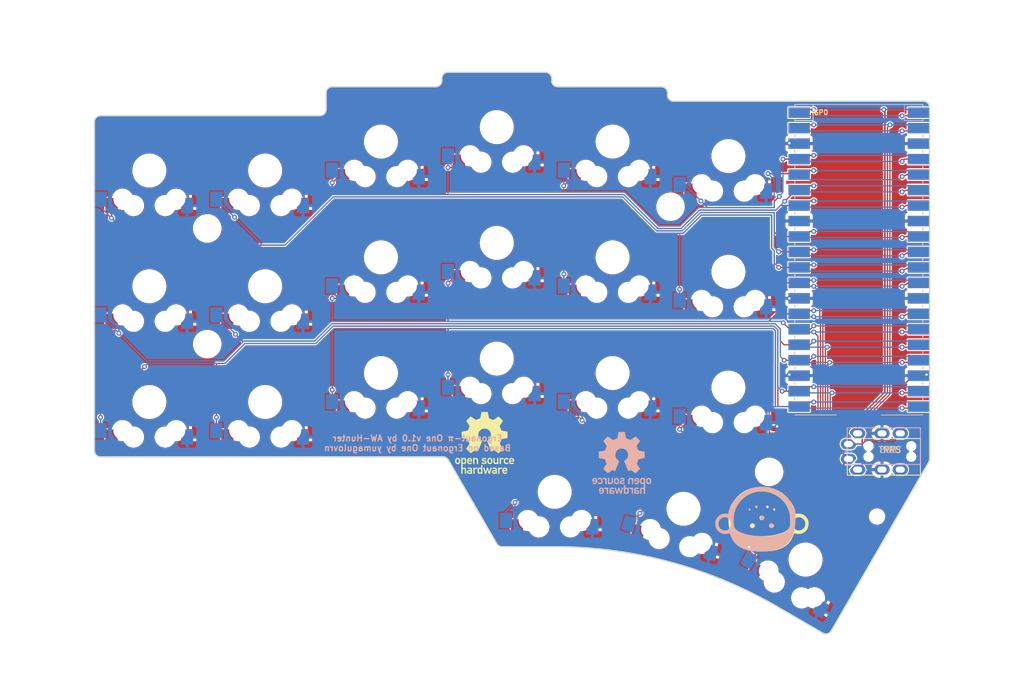
<source format=kicad_pcb>
(kicad_pcb (version 20240108) (generator "pcbnew") (generator_version "8.0")
  (layers (0 "F.Cu" signal) (31 "B.Cu" signal) (34 "B.Paste" user) (35 "F.Paste" user) (36 "B.SilkS" user "B.Silkscreen") (37 "F.SilkS" user "F.Silkscreen") (38 "B.Mask" user) (39 "F.Mask" user) (44 "Edge.Cuts" user))
  (net 0 "")
  (net 1 "RX")
  (net 2 "Net-(D1-A)")
  (net 3 "Net-(D2-A)")
  (net 4 "Net-(D3-A)")
  (net 5 "Net-(D4-A)")
  (net 6 "Net-(D5-A)")
  (net 7 "Net-(D6-A)")
  (net 8 "TX")
  (net 9 "Net-(D7-A)")
  (net 10 "Net-(D8-A)")
  (net 11 "Net-(D9-A)")
  (net 12 "Net-(D10-A)")
  (net 13 "Net-(D11-A)")
  (net 14 "Net-(D12-A)")
  (net 15 "VCC")
  (net 16 "Net-(D13-A)")
  (net 17 "Net-(D14-A)")
  (net 18 "Net-(D15-A)")
  (net 19 "Net-(D16-A)")
  (net 20 "Net-(D17-A)")
  (net 21 "Net-(D18-A)")
  (net 22 "Net-(D19-A)")
  (net 23 "Net-(D20-A)")
  (net 24 "GND")
  (net 25 "VBUS")
  (net 26 "VBUS_SENSE")
  (net 27 "Net-(D21-A)")
  (footprint "one:KS-27_KS-33_Hotswap_1U_DUAL" (layer "F.Cu") (at 192.153537 130.867912 -30)
    (property "Reference" "SW21")
    (property "Value" "SW_SPST" (hide yes))
  )
  (footprint "one:KS-27_KS-33_Hotswap_1U_DUAL" (layer "F.Cu") (at 122.5 81.24097)
    (property "Reference" "SW9")
    (property "Value" "SW_SPST" (hide yes))
  )
  (footprint "one:Hole_4.2mm" (layer "F.Cu") (at 94 95.49097)
    (property "Reference" "H2" (hide yes))
    (property "Value" "MountingHole" (hide yes))
  )
  (footprint "one:Hole_4.2mm" (layer "F.Cu") (at 94 76.49097)
    (property "Reference" "H1" (hide yes))
    (property "Value" "MountingHole" (hide yes))
  )
  (footprint "one:KS-27_KS-33_Hotswap_1U_DUAL" (layer "F.Cu") (at 172.135076 122.523186 -15)
    (property "Reference" "SW20")
    (property "Value" "SW_SPST" (hide yes))
  )
  (footprint "one:KS-27_KS-33_Hotswap_1U_DUAL" (layer "F.Cu") (at 103.5 66.99097)
    (property "Reference" "SW2")
    (property "Value" "SW_SPST" (hide yes))
  )
  (footprint "one:Hole_4.2mm" (layer "F.Cu") (at 186.182152 116.463137)
    (property "Reference" "H4" (hide yes))
    (property "Value" "MountingHole" (hide yes))
  )
  (footprint "one:KS-27_KS-33_Hotswap_1U_DUAL" (layer "F.Cu") (at 84.5 85.99097)
    (property "Reference" "SW7")
    (property "Value" "SW_SPST" (hide yes))
  )
  (footprint "one:KS-27_KS-33_Hotswap_1U_DUAL" (layer "F.Cu") (at 160.5 62.24097)
    (property "Reference" "SW5")
    (property "Value" "SW_SPST" (hide yes))
  )
  (footprint "one:KS-27_KS-33_Hotswap_1U_DUAL" (layer "F.Cu") (at 122.5 100.24097)
    (property "Reference" "SW15")
    (property "Value" "SW_SPST" (hide yes))
  )
  (footprint "one:en_logo" (layer "F.Cu") (at 185 123.99097)
    (property "Reference" "G***" (hide yes))
    (property "Value" "LOGO" (hide yes))
  )
  (footprint "one:KS-27_KS-33_Hotswap_1U_DUAL" (layer "F.Cu") (at 179.5 83.61597)
    (property "Reference" "SW12")
    (property "Value" "SW_SPST" (hide yes))
  )
  (footprint "one:Hole_2.2mm" (layer "F.Cu") (at 203.89201 123.788716)
    (property "Reference" "H8" (hide yes))
    (property "Value" "StandoffHole" (hide yes))
  )
  (footprint "one:KS-27_KS-33_Hotswap_1U_DUAL" (layer "F.Cu") (at 179.5 64.61597)
    (property "Reference" "SW6")
    (property "Value" "SW_SPST" (hide yes))
  )
  (footprint "one:KS-27_KS-33_Hotswap_1U_DUAL" (layer "F.Cu") (at 160.5 100.24097)
    (property "Reference" "SW17")
    (property "Value" "SW_SPST" (hide yes))
  )
  (footprint "one:KS-27_KS-33_Hotswap_1U_DUAL" (layer "F.Cu") (at 160.5 81.24097)
    (property "Reference" "SW11")
    (property "Value" "SW_SPST" (hide yes))
  )
  (footprint "RPi_Pico:RPi_Pico_SMD_TH" (layer "F.Cu") (at 200.89 81.62097)
    (property "Reference" "U2" (hide yes))
    (property "Value" "Pico")
  )
  (footprint "one:KS-27_KS-33_Hotswap_1U_DUAL" (layer "F.Cu") (at 122.5 62.24097)
    (property "Reference" "SW3")
    (property "Value" "SW_SPST" (hide yes))
  )
  (footprint "one:KS-27_KS-33_Hotswap_1U_DUAL" (layer "F.Cu") (at 179.5 102.61597)
    (property "Reference" "SW18")
    (property "Value" "SW_SPST" (hide yes))
  )
  (footprint "one:KS-27_KS-33_Hotswap_1U_DUAL" (layer "F.Cu") (at 103.5 85.99097)
    (property "Reference" "SW8")
    (property "Value" "SW_SPST" (hide yes))
  )
  (footprint "one:KS-27_KS-33_Hotswap_1U_DUAL" (layer "F.Cu") (at 141.5 59.86597)
    (property "Reference" "SW4")
    (property "Value" "SW_SPST" (hide yes))
  )
  (footprint "one:KS-27_KS-33_Hotswap_1U_DUAL" (layer "F.Cu") (at 151 119.7407)
    (property "Reference" "SW19")
    (property "Value" "SW_SPST" (hide yes))
  )
  (footprint "one:KS-27_KS-33_Hotswap_1U_DUAL" (layer "F.Cu") (at 84.5 66.99097)
    (property "Reference" "SW1")
    (property "Value" "SW_SPST" (hide yes))
  )
  (footprint "one:KS-27_KS-33_Hotswap_1U_DUAL" (layer "F.Cu") (at 141.5 97.86597)
    (property "Reference" "SW16")
    (property "Value" "SW_SPST" (hide yes))
  )
  (footprint "one:KS-27_KS-33_Hotswap_1U_DUAL" (layer "F.Cu") (at 103.5 104.99097)
    (property "Reference" "SW14")
    (property "Value" "SW_SPST" (hide yes))
  )
  (footprint "one:Hole_4.2mm" (layer "F.Cu") (at 170 72.92847)
    (property "Reference" "H3" (hide yes))
    (property "Value" "MountingHole" (hide yes))
  )
  (footprint "one:OSHW-logo" (layer "F.Cu") (at 139.5 111.708013)
    (property "Reference" "G***" (hide yes))
    (property "Value" "LOGO" (hide yes))
  )
  (footprint "one:KS-27_KS-33_Hotswap_1U_DUAL" (layer "F.Cu") (at 84.5 104.99097)
    (property "Reference" "SW13")
    (property "Value" "SW_SPST" (hide yes))
  )
  (footprint "one:KS-27_KS-33_Hotswap_1U_DUAL" (layer "F.Cu") (at 141.5 78.86597)
    (property "Reference" "SW10")
    (property "Value" "SW_SPST" (hide yes))
  )
  (footprint "Cantor_MX:MJ-4PP-9_Cantor_MX_TX-RX_Crossover" (layer "F.Cu") (at 211 113.99097 -90)
    (property "Reference" "J1" (hide yes))
    (property "Value" "TRRS" (hide yes))
  )
  (footprint "one:OSHW-logo" (layer "B.Cu") (at 162 114.99097 180)
    (property "Reference" "G***" (hide yes))
    (property "Value" "LOGO" (hide yes))
  )
  (gr_arc (start 113.5 54.240978) (mid 113.79289 53.533866) (end 114.5 53.240978) (stroke (width 0.2)) (layer "Edge.Cuts"))
  (gr_arc (start 211.495745 55.61248) (mid 212.20286 55.905372) (end 212.495745 56.61248) (stroke (width 0.2)) (layer "Edge.Cuts"))
  (gr_arc (start 132.695564 113.990978) (mid 133.195576 114.12494) (end 133.56159 114.490978) (stroke (width 0.2)) (layer "Edge.Cuts"))
  (gr_line (start 132.695564 113.990978) (end 76.5 113.990978) (stroke (width 0.2)) (layer "Edge.Cuts"))
  (gr_arc (start 151 128.740708) (mid 169.805705 131.216526) (end 187.329832 138.475257) (stroke (width 0.2)) (layer "Edge.Cuts"))
  (gr_arc (start 132.5 51.865978) (mid 132.79289 51.158866) (end 133.5 50.865978) (stroke (width 0.2)) (layer "Edge.Cuts"))
  (gr_line (start 212.5 56.615978) (end 212.5 114.343349) (stroke (width 0.2)) (layer "Edge.Cuts"))
  (gr_line (start 151.5 53.240978) (end 168.5 53.240978) (stroke (width 0.2)) (layer "Edge.Cuts"))
  (gr_arc (start 196.361372 142.558429) (mid 195.754181 143.024391) (end 194.995346 142.924454) (stroke (width 0.2)) (layer "Edge.Cuts"))
  (gr_line (start 141.5 128.240708) (end 133.56159 114.490978) (stroke (width 0.2)) (layer "Edge.Cuts"))
  (gr_line (start 194.995346 142.924454) (end 187.329832 138.475257) (stroke (width 0.2)) (layer "Edge.Cuts"))
  (gr_line (start 114.5 53.240978) (end 131.5 53.240978) (stroke (width 0.2)) (layer "Edge.Cuts"))
  (gr_line (start 170.5 55.615978) (end 211.5 55.615978) (stroke (width 0.2)) (layer "Edge.Cuts"))
  (gr_arc (start 170.5 55.615978) (mid 169.79289 55.323085) (end 169.5 54.615978) (stroke (width 0.2)) (layer "Edge.Cuts"))
  (gr_arc (start 75.5 58.990978) (mid 75.79289 58.283866) (end 76.5 57.990978) (stroke (width 0.2)) (layer "Edge.Cuts"))
  (gr_line (start 169.5 54.240978) (end 169.5 54.615978) (stroke (width 0.2)) (layer "Edge.Cuts"))
  (gr_line (start 212.364227 114.85394) (end 196.361372 142.558429) (stroke (width 0.2)) (layer "Edge.Cuts"))
  (gr_line (start 132.5 52.240978) (end 132.5 51.865978) (stroke (width 0.2)) (layer "Edge.Cuts"))
  (gr_arc (start 151.5 53.240978) (mid 150.79289 52.948085) (end 150.5 52.240978) (stroke (width 0.2)) (layer "Edge.Cuts"))
  (gr_line (start 75.5 112.990978) (end 75.5 58.990978) (stroke (width 0.2)) (layer "Edge.Cuts"))
  (gr_arc (start 142.366025 128.740708) (mid 141.866012 128.606746) (end 141.5 128.240708) (stroke (width 0.2)) (layer "Edge.Cuts"))
  (gr_line (start 133.5 50.865978) (end 149.5 50.865978) (stroke (width 0.2)) (layer "Edge.Cuts"))
  (gr_arc (start 113.5 56.990978) (mid 113.207104 57.69808) (end 112.5 57.990978) (stroke (width 0.2)) (layer "Edge.Cuts"))
  (gr_arc (start 168.5 53.240978) (mid 169.207104 53.533872) (end 169.5 54.240978) (stroke (width 0.2)) (layer "Edge.Cuts"))
  (gr_arc (start 149.5 50.865978) (mid 150.207104 51.158872) (end 150.5 51.865978) (stroke (width 0.2)) (layer "Edge.Cuts"))
  (gr_arc (start 76.5 113.990978) (mid 75.792894 113.698085) (end 75.5 112.990978) (stroke (width 0.2)) (layer "Edge.Cuts"))
  (gr_line (start 76.5 57.990978) (end 112.5 57.990978) (stroke (width 0.2)) (layer "Edge.Cuts"))
  (gr_line (start 151 128.740708) (end 142.366025 128.740708) (stroke (width 0.2)) (layer "Edge.Cuts"))
  (gr_arc (start 132.5 52.240978) (mid 132.207104 52.94808) (end 131.5 53.240978) (stroke (width 0.2)) (layer "Edge.Cuts"))
  (gr_line (start 150.5 51.865978) (end 150.5 52.240978) (stroke (width 0.2)) (layer "Edge.Cuts"))
  (gr_line (start 113.5 56.990978) (end 113.5 54.240978) (stroke (width 0.2)) (layer "Edge.Cuts"))
  (gr_arc (start 212.499999 114.343349) (mid 212.467284 114.608123) (end 212.365835 114.85487) (stroke (width 0.2)) (layer "Edge.Cuts"))
  (gr_text "TRRS" (at 208.04 113.42097 0) (layer "B.SilkS") (effects (font (size 1 1)) (justify left bottom mirror)))
  (gr_text "Ergonaut-π One v1.0 by AW-Hunter\nBased on Ergonaut One by yumagulovrn" (at 128.5 111.74097 0) (layer "B.SilkS") (effects (font (size 1 1) (thickness 0.2) (bold yes)) (justify mirror)))
  (gr_text "TRRS" (at 204.04 113.42097 -0) (layer "F.SilkS") (effects (font (size 1 1)) (justify left bottom)))
  (segment (start 209.78 70.19097) (end 208.8 70.19097) (width 0.2) (layer "F.Cu") (net 0))
  (segment (start 208.8 70.19097) (end 208 70.49097) (width 0.2) (layer "F.Cu") (net 0))
  (segment (start 209.78 65.11097) (end 208.38 65.11097) (width 0.2) (layer "F.Cu") (net 0))
  (segment (start 209.78 67.65097) (end 208.84 67.65097) (width 0.2) (layer "F.Cu") (net 0))
  (segment (start 208.84 67.65097) (end 208 67.99097) (width 0.2) (layer "F.Cu") (net 0))
  (segment (start 209.14 80.35097) (end 208 80.99097) (width 0.2) (layer "F.Cu") (net 0))
  (segment (start 209.1 82.89097) (end 208 83.49097) (width 0.2) (layer "F.Cu") (net 0))
  (segment (start 208.38 65.11097) (end 208 65.49097) (width 0.2) (layer "F.Cu") (net 0))
  (segment (start 209.78 77.81097) (end 208.68 77.81097) (width 0.2) (layer "F.Cu") (net 0))
  (segment (start 208.68 77.81097) (end 208 77.99097) (width 0.2) (layer "F.Cu") (net 0))
  (via (at 208 77.99097) (size 0.8) (drill 0.4) (layers "F.Cu" "B.Cu") (net 0))
  (via (at 208 83.49097) (size 0.8) (drill 0.4) (layers "F.Cu" "B.Cu") (net 0))
  (via (at 208 67.99097) (size 0.8) (drill 0.4) (layers "F.Cu" "B.Cu") (net 0))
  (via (at 208 70.49097) (size 0.8) (drill 0.4) (layers "F.Cu" "B.Cu") (net 0))
  (via (at 208 65.49097) (size 0.8) (drill 0.4) (layers "F.Cu" "B.Cu") (net 0))
  (via (at 208 80.99097) (size 0.8) (drill 0.4) (layers "F.Cu" "B.Cu") (net 0))
  (segment (start 208 67.99097) (end 207.5 68.49097) (width 0.2) (layer "B.Cu") (net 0))
  (segment (start 208 70.49097) (end 192.3 70.49097) (width 0.2) (layer "B.Cu") (net 0))
  (segment (start 192.38 65.49097) (end 192 65.11097) (width 0.2) (layer "B.Cu") (net 0))
  (segment (start 192.84 68.49097) (end 192 67.65097) (width 0.2) (layer "B.Cu") (net 0))
  (segment (start 207.5 68.49097) (end 192.84 68.49097) (width 0.2) (layer "B.Cu") (net 0))
  (segment (start 208 83.49097) (end 192.6 83.49097) (width 0.2) (layer "B.Cu") (net 0))
  (segment (start 192.64 80.99097) (end 192 80.35097) (width 0.2) (layer "B.Cu") (net 0))
  (segment (start 192.3 70.49097) (end 192 70.19097) (width 0.2) (layer "B.Cu") (net 0))
  (segment (start 208 77.99097) (end 192.18 77.99097) (width 0.2) (layer "B.Cu") (net 0))
  (segment (start 192.6 83.49097) (end 192 82.89097) (width 0.2) (layer "B.Cu") (net 0))
  (segment (start 208 65.49097) (end 192.38 65.49097) (width 0.2) (layer "B.Cu") (net 0))
  (segment (start 192.18 77.99097) (end 192 77.81097) (width 0.2) (layer "B.Cu") (net 0))
  (segment (start 208 80.99097) (end 192.64 80.99097) (width 0.2) (layer "B.Cu") (net 0))
  (segment (start 206 59.49097) (end 205.6 59.89097) (width 0.2) (layer "F.Cu") (net 1))
  (segment (start 205.6 103.525284) (end 200.134314 108.99097) (width 0.2) (layer "F.Cu") (net 1))
  (segment (start 191.209022 59.41097) (end 191 59.41097) (width 0.25) (layer "F.Cu") (net 1))
  (segment (start 205.6 59.89097) (end 205.6 103.525284) (width 0.2) (layer "F.Cu") (net 1))
  (segment (start 199.823654 108.99097) (end 199.15 109.664624) (width 0.2) (layer "F.Cu") (net 1))
  (segment (start 199.15 111.84097) (end 199.2 111.89097) (width 0.2) (layer "F.Cu") (net 1))
  (segment (start 192 60.03097) (end 192.54 59.49097) (width 0.2) (layer "F.Cu") (net 1))
  (segment (start 200.134314 108.99097) (end 199.823654 108.99097) (width 0.2) (layer "F.Cu") (net 1))
  (segment (start 192.54 59.49097) (end 193.5 59.49097) (width 0.2) (layer "F.Cu") (net 1))
  (segment (start 199.15 109.664624) (end 199.15 111.84097) (width 0.2) (layer "F.Cu") (net 1))
  (via (at 206 59.49097) (size 0.8) (drill 0.4) (layers "F.Cu" "B.Cu") (net 1))
  (via (at 193.5 59.49097) (size 0.8) (drill 0.4) (layers "F.Cu" "B.Cu") (net 1))
  (segment (start 202.953858 111.31597) (end 206.525 111.31597) (width 0.25) (layer "B.Cu") (net 1))
  (segment (start 206.525 111.31597) (end 207.7 110.14097) (width 0.25) (layer "B.Cu") (net 1))
  (segment (start 201.471142 111.89097) (end 202.096142 111.26597) (width 0.25) (layer "B.Cu") (net 1))
  (segment (start 202.903858 111.26597) (end 202.953858 111.31597) (width 0.25) (layer "B.Cu") (net 1))
  (segment (start 209.24 59.49097) (end 209.78 60.03097) (width 0.2) (layer "B.Cu") (net 1))
  (segment (start 202.096142 111.26597) (end 202.903858 111.26597) (width 0.25) (layer "B.Cu") (net 1))
  (segment (start 199.2 111.89097) (end 201.471142 111.89097) (width 0.25) (layer "B.Cu") (net 1))
  (segment (start 193.5 59.49097) (end 209.24 59.49097) (width 0.2) (layer "B.Cu") (net 1))
  (segment (start 167.733274 76.89097) (end 171.915685 76.89097) (width 0.2) (layer "F.Cu") (net 2))
  (segment (start 192.82 76.99097) (end 193.5 76.99097) (width 0.2) (layer "F.Cu") (net 2))
  (segment (start 171.915685 76.89097) (end 174.915685 73.89097) (width 0.2) (layer "F.Cu") (net 2))
  (segment (start 114.675 71.31597) (end 162.158274 71.31597) (width 0.2) (layer "F.Cu") (net 2))
  (segment (start 78.3 74.79097) (end 82.75 79.24097) (width 0.2) (layer "F.Cu") (net 2))
  (segment (start 187 73.89097) (end 187 77.062193) (width 0.2) (layer "F.Cu") (net 2))
  (segment (start 192 77.81097) (end 192.82 76.99097) (width 0.2) (layer "F.Cu") (net 2))
  (segment (start 187.749998 77.812191) (end 190.998779 77.812191) (width 0.2) (layer "F.Cu") (net 2))
  (segment (start 78.3 74.79097) (end 78.3 72.74097) (width 0.2) (layer "F.Cu") (net 2))
  (segment (start 187 77.062193) (end 187.749998 77.812191) (width 0.2) (layer "F.Cu") (net 2))
  (segment (start 82.75 79.24097) (end 106.75 79.24097) (width 0.2) (layer "F.Cu") (net 2))
  (segment (start 106.75 79.24097) (end 114.675 71.31597) (width 0.2) (layer "F.Cu") (net 2))
  (segment (start 162.158274 71.31597) (end 167.733274 76.89097) (width 0.2) (layer "F.Cu") (net 2))
  (segment (start 174.915685 73.89097) (end 187 73.89097) (width 0.2) (layer "F.Cu") (net 2))
  (via (at 78.3 74.79097) (size 0.8) (drill 0.4) (layers "F.Cu" "B.Cu") (net 2))
  (via (at 193.5 76.99097) (size 0.8) (drill 0.4) (layers "F.Cu" "B.Cu") (net 2))
  (segment (start 208.96 76.99097) (end 209.78 77.81097) (width 0.2) (layer "B.Cu") (net 2))
  (segment (start 76.5 72.99097) (end 76.5 71.69097) (width 0.2) (layer "B.Cu") (net 2))
  (segment (start 193.5 76.99097) (end 208.96 76.99097) (width 0.2) (layer "B.Cu") (net 2))
  (segment (start 78.3 74.79097) (end 76.5 72.99097) (width 0.2) (layer "B.Cu") (net 2))
  (segment (start 98.482746 74.646247) (end 98.455907 74.646247) (width 0.2) (layer "F.Cu") (net 3))
  (segment (start 192 80.35097) (end 192.36 79.99097) (width 0.2) (layer "F.Cu") (net 3))
  (segment (start 97.8198 74.01014) (end 97.8198 73.26077) (width 0.2) (layer "F.Cu") (net 3))
  (segment (start 187.749998 80.319079) (end 190.968109 80.319079) (width 0.2) (layer "F.Cu") (net 3))
  (segment (start 98.455907 74.646247) (end 97.8198 74.01014) (width 0.2) (layer "F.Cu") (net 3))
  (segment (start 97.8198 73.26077) (end 97.3 72.74097) (width 0.2) (layer "F.Cu") (net 3))
  (segment (start 192.36 79.99097) (end 193.5 79.99097) (width 0.2) (layer "F.Cu") (net 3))
  (via (at 187.749998 80.319079) (size 0.8) (drill 0.4) (layers "F.Cu" "B.Cu") (net 3))
  (via (at 193.5 79.99097) (size 0.8) (drill 0.4) (layers "F.Cu" "B.Cu") (net 3))
  (via (at 98.482746 74.646247) (size 0.8) (drill 0.4) (layers "F.Cu" "B.Cu") (net 3))
  (segment (start 209.42 79.99097) (end 209.78 80.35097) (width 0.2) (layer "B.Cu") (net 3))
  (segment (start 167.732758 76.89097) (end 162.157856 71.316068) (width 0.2) (layer "B.Cu") (net 3))
  (segment (start 98.482746 74.673716) (end 98.482746 74.646247) (width 0.2) (layer "B.Cu") (net 3))
  (segment (start 187.749998 80.319079) (end 187 79.569081) (width 0.2) (layer "B.Cu") (net 3))
  (segment (start 174.915686 73.89097) (end 171.915685 76.89097) (width 0.2) (layer "B.Cu") (net 3))
  (segment (start 103.05 79.24097) (end 98.482746 74.673716) (width 0.2) (layer "B.Cu") (net 3))
  (segment (start 106.75 79.24097) (end 103.05 79.24097) (width 0.2) (layer "B.Cu") (net 3))
  (segment (start 98.455277 74.646247) (end 95.5 71.69097) (width 0.2) (layer "B.Cu") (net 3))
  (segment (start 193.5 79.99097) (end 209.42 79.99097) (width 0.2) (layer "B.Cu") (net 3))
  (segment (start 98.482746 74.646247) (end 98.455277 74.646247) (width 0.2) (layer "B.Cu") (net 3))
  (segment (start 114.674902 71.316068) (end 106.75 79.24097) (width 0.2) (layer "B.Cu") (net 3))
  (segment (start 187 73.89097) (end 174.915686 73.89097) (width 0.2) (layer "B.Cu") (net 3))
  (segment (start 162.157856 71.316068) (end 114.674902 71.316068) (width 0.2) (layer "B.Cu") (net 3))
  (segment (start 187 79.569081) (end 187 73.89097) (width 0.2) (layer "B.Cu") (net 3))
  (segment (start 171.915685 76.89097) (end 167.732758 76.89097) (width 0.2) (layer "B.Cu") (net 3))
  (segment (start 114.5 68.99097) (end 114.5 70.49097) (width 0.2) (layer "F.Cu") (net 4))
  (segment (start 162.323959 70.91597) (end 167.89896 76.49097) (width 0.2) (layer "F.Cu") (net 4))
  (segment (start 187.289128 73.49097) (end 188.049128 72.73097) (width 0.2) (layer "F.Cu") (net 4))
  (segment (start 175.859315 73.49097) (end 187.289128 73.49097) (width 0.2) (layer "F.Cu") (net 4))
  (segment (start 171.75 76.49097) (end 174.762874 73.478096) (width 0.2) (layer "F.Cu") (net 4))
  (segment (start 114.5 70.49097) (end 114.925 70.91597) (width 0.2) (layer "F.Cu") (net 4))
  (segment (start 174.762874 73.478096) (end 175.846441 73.478096) (width 0.2) (layer "F.Cu") (net 4))
  (segment (start 114.925 70.91597) (end 162.323959 70.91597) (width 0.2) (layer "F.Cu") (net 4))
  (segment (start 116.3 67.99097) (end 115.5 67.99097) (width 0.2) (layer "F.Cu") (net 4))
  (segment (start 115.5 67.99097) (end 114.5 68.99097) (width 0.2) (layer "F.Cu") (net 4))
  (segment (start 192 72.73097) (end 192.74 71.99097) (width 0.2) (layer "F.Cu") (net 4))
  (segment (start 175.846441 73.478096) (end 175.859315 73.49097) (width 0.2) (layer "F.Cu") (net 4))
  (segment (start 167.89896 76.49097) (end 171.75 76.49097) (width 0.2) (layer "F.Cu") (net 4))
  (segment (start 188.049128 72.73097) (end 191 72.73097) (width 0.2) (layer "F.Cu") (net 4))
  (segment (start 192.74 71.99097) (end 193.5 71.99097) (width 0.2) (layer "F.Cu") (net 4))
  (via (at 114.5 68.99097) (size 0.8) (drill 0.4) (layers "F.Cu" "B.Cu") (net 4))
  (via (at 193.5 71.99097) (size 0.8) (drill 0.4) (layers "F.Cu" "B.Cu") (net 4))
  (segment (start 114.5 68.99097) (end 114.5 66.94097) (width 0.2) (layer "B.Cu") (net 4))
  (segment (start 193.5 71.99097) (end 209.04 71.99097) (width 0.2) (layer "B.Cu") (net 4))
  (segment (start 209.04 71.99097) (end 209.78 72.73097) (width 0.2) (layer "B.Cu") (net 4))
  (segment (start 192.7 69.49097) (end 193.5 69.49097) (width 0.2) (layer "F.Cu") (net 5))
  (segment (start 133.5 66.49097) (end 134.425 66.49097) (width 0.2) (layer "F.Cu") (net 5))
  (segment (start 134.425 66.49097) (end 135.3 65.61597) (width 0.2) (layer "F.Cu") (net 5))
  (segment (start 188.749998 72.03097) (end 190.622999 70.157969) (width 0.2) (layer "F.Cu") (net 5))
  (segment (start 192 70.19097) (end 192.7 69.49097) (width 0.2) (layer "F.Cu") (net 5))
  (via (at 188.749998 72.03097) (size 0.8) (drill 0.4) (layers "F.Cu" "B.Cu") (net 5))
  (via (at 133.5 66.49097) (size 0.8) (drill 0.4) (layers "F.Cu" "B.Cu") (net 5))
  (via (at 193.5 69.49097) (size 0.8) (drill 0.4) (layers "F.Cu" "B.Cu") (net 5))
  (segment (start 162.323542 70.916068) (end 133.5 70.916068) (width 0.2) (layer "B.Cu") (net 5))
  (segment (start 174.75 73.49097) (end 171.75 76.49097) (width 0.2) (layer "B.Cu") (net 5))
  (segment (start 188.749998 72.03097) (end 187.291479 73.489489) (width 0.2) (layer "B.Cu") (net 5))
  (segment (start 187.291479 73.489489) (end 187.289998 73.49097) (width 0.2) (layer "B.Cu") (net 5))
  (segment (start 193.5 69.49097) (end 209.08 69.49097) (width 0.2) (layer "B.Cu") (net 5))
  (segment (start 167.898444 76.49097) (end 162.323542 70.916068) (width 0.2) (layer "B.Cu") (net 5))
  (segment (start 133.5 70.916068) (end 133.5 66.49097) (width 0.2) (layer "B.Cu") (net 5))
  (segment (start 209.08 69.49097) (end 209.78 70.19097) (width 0.2) (layer "B.Cu") (net 5))
  (segment (start 187.289998 73.49097) (end 174.75 73.49097) (width 0.2) (layer "B.Cu") (net 5))
  (segment (start 133.5 66.49097) (end 133.5 64.56597) (width 0.2) (layer "B.Cu") (net 5))
  (segment (start 171.75 76.49097) (end 167.898444 76.49097) (width 0.2) (layer "B.Cu") (net 5))
  (segment (start 192.66 66.99097) (end 193.5 66.99097) (width 0.2) (layer "F.Cu") (net 6))
  (segment (start 154 67.99097) (end 154.3 67.99097) (width 0.2) (layer "F.Cu") (net 6))
  (segment (start 192 67.65097) (end 192.66 66.99097) (width 0.2) (layer "F.Cu") (net 6))
  (segment (start 186 67.49097) (end 190.84 67.49097) (width 0.2) (layer "F.Cu") (net 6))
  (segment (start 152.5 69.49097) (end 154 67.99097) (width 0.2) (layer "F.Cu") (net 6))
  (via (at 152.5 69.49097) (size 0.8) (drill 0.4) (layers "F.Cu" "B.Cu") (net 6))
  (via (at 186 67.49097) (size 0.8) (drill 0.4) (layers "F.Cu" "B.Cu") (net 6))
  (via (at 193.5 66.99097) (size 0.8) (drill 0.4) (layers "F.Cu" "B.Cu") (net 6))
  (segment (start 209.12 66.99097) (end 209.78 67.65097) (width 0.2) (layer "B.Cu") (net 6))
  (segment (start 162.489644 70.51597) (end 152.5 70.51597) (width 0.2) (layer "B.Cu") (net 6))
  (segment (start 193.5 66.99097) (end 209.12 66.99097) (width 0.2) (layer "B.Cu") (net 6))
  (segment (start 171.584314 76.09097) (end 168.064646 76.09097) (width 0.2) (layer "B.Cu") (net 6))
  (segment (start 187 73.09097) (end 174.584315 73.09097) (width 0.2) (layer "B.Cu") (net 6))
  (segment (start 174.584315 73.09097) (end 171.584314 76.09097) (width 0.2) (layer "B.Cu") (net 6))
  (segment (start 186 67.49097) (end 187 68.49097) (width 0.2) (layer "B.Cu") (net 6))
  (segment (start 152.5 70.51597) (end 152.5 69.49097) (width 0.2) (layer "B.Cu") (net 6))
  (segment (start 187 68.49097) (end 187 73.09097) (width 0.2) (layer "B.Cu") (net 6))
  (segment (start 152.5 69.49097) (end 152.5 66.94097) (width 0.2) (layer "B.Cu") (net 6))
  (segment (start 168.064646 76.09097) (end 162.489644 70.51597) (width 0.2) (layer "B.Cu") (net 6))
  (segment (start 176.1 73.09097) (end 175 71.99097) (width 0.2) (layer "F.Cu") (net 7))
  (segment (start 187 73.09097) (end 176.1 73.09097) (width 0.2) (layer "F.Cu") (net 7))
  (segment (start 173.375 70.36597) (end 173.3 70.36597) (width 0.2) (layer "F.Cu") (net 7))
  (segment (start 187.844921 71.243495) (end 187 72.088416) (width 0.2) (layer "F.Cu") (net 7))
  (segment (start 188.62 65.11097) (end 188.609644 65.11097) (width 0.2) (layer "F.Cu") (net 7))
  (segment (start 192.62 64.49097) (end 193.5 64.49097) (width 0.2) (layer "F.Cu") (net 7))
  (segment (start 188.446323 65.121326) (end 188.630356 65.11097) (width 0.2) (layer "F.Cu") (net 7))
  (segment (start 175 71.99097) (end 173.375 70.36597) (width 0.2) (layer "F.Cu") (net 7))
  (segment (start 187 72.088416) (end 187 73.09097) (width 0.2) (layer "F.Cu") (net 7))
  (segment (start 188.609644 65.11097) (end 188.446323 65.121326) (width 0.2) (layer "F.Cu") (net 7))
  (segment (start 188.630356 65.11097) (end 191 65.11097) (width 0.2) (layer "F.Cu") (net 7))
  (segment (start 192 65.11097) (end 192.62 64.49097) (width 0.2) (layer "F.Cu") (net 7))
  (via (at 187.844921 71.243495) (size 0.8) (drill 0.4) (layers "F.Cu" "B.Cu") (net 7))
  (via (at 188.446323 65.121326) (size 0.8) (drill 0.4) (layers "F.Cu" "B.Cu") (net 7))
  (via (at 193.5 64.49097) (size 0.8) (drill 0.4) (layers "F.Cu" "B.Cu") (net 7))
  (via (at 175 71.99097) (size 0.8) (drill 0.4) (layers "F.Cu" "B.Cu") (net 7))
  (segment (start 171.5 68.514751) (end 171.5 69.31597) (width 0.2) (layer "B.Cu") (net 7))
  (segment (start 187.844921 71.243495) (end 188 70.99097) (width 0.2) (layer "B.Cu") (net 7))
  (segment (start 193.5 64.49097) (end 209.16 64.49097) (width 0.2) (layer "B.Cu") (net 7))
  (segment (start 175 71.99097) (end 172.325 69.31597) (width 0.2) (layer "B.Cu") (net 7))
  (segment (start 172.325 69.31597) (end 171.5 69.31597) (width 0.2) (layer "B.Cu") (net 7))
  (segment (start 188.446323 65.121326) (end 188.446323 70.544647) (width 0.2) (layer "B.Cu") (net 7))
  (segment (start 209.16 64.49097) (end 209.78 65.11097) (width 0.2) (layer "B.Cu") (net 7))
  (segment (start 188.446323 70.544647) (end 187.844921 71.243495) (width 0.2) (layer "B.Cu") (net 7))
  (segment (start 198.436865 117.517835) (end 198.49 117.57097) (width 0.25) (layer "F.Cu") (net 8))
  (segment (start 199.2 114.34097) (end 198.436865 115.104105) (width 0.25) (layer "F.Cu") (net 8))
  (segment (start 198.49 117.57097) (end 206.22 117.57097) (width 0.25) (layer "F.Cu") (net 8))
  (segment (start 205.175 103.349244) (end 205.175 57.16597) (width 0.25) (layer "F.Cu") (net 8))
  (segment (start 197.625 112.76597) (end 197.625 110.588584) (width 0.25) (layer "F.Cu") (net 8))
  (segment (start 199.647614 108.56597) (end 199.958274 108.56597) (width 0.25) (layer "F.Cu") (net 8))
  (segment (start 205.175 57.16597) (end 205 56.99097) (width 0.25) (layer "F.Cu") (net 8))
  (segment (start 197.625 110.588584) (end 199.647614 108.56597) (width 0.25) (layer "F.Cu") (net 8))
  (segment (start 206.22 117.57097) (end 207.7 116.09097) (width 0.25) (layer "F.Cu") (net 8))
  (segment (start 199.958274 108.56597) (end 205.175 103.349244) (width 0.25) (layer "F.Cu") (net 8))
  (segment (start 199.2 114.34097) (end 197.625 112.76597) (width 0.25) (layer "F.Cu") (net 8))
  (segment (start 192.5 56.99097) (end 192 57.49097) (width 0.2) (layer "F.Cu") (net 8))
  (segment (start 193.5 56.99097) (end 192.5 56.99097) (width 0.2) (layer "F.Cu") (net 8))
  (segment (start 198.436865 115.104105) (end 198.436865 117.517835) (width 0.25) (layer "F.Cu") (net 8))
  (via (at 205 56.99097) (size 0.8) (drill 0.4) (layers "F.Cu" "B.Cu") (net 8))
  (via (at 193.5 56.99097) (size 0.8) (drill 0.4) (layers "F.Cu" "B.Cu") (net 8))
  (segment (start 209.28 56.99097) (end 209.78 57.49097) (width 0.2) (layer "B.Cu") (net 8))
  (segment (start 193.5 56.99097) (end 205 56.99097) (width 0.2) (layer "B.Cu") (net 8))
  (segment (start 205 56.99097) (end 209.28 56.99097) (width 0.2) (layer "B.Cu") (net 8))
  (segment (start 79.5 93.69097) (end 79.5 92.94097) (width 0.2) (layer "F.Cu") (net 9))
  (segment (start 192 98.13097) (end 192.86 98.13097) (width 0.2) (layer "F.Cu") (net 9))
  (segment (start 188.64 98.13097) (end 192 98.13097) (width 0.2) (layer "F.Cu") (net 9))
  (segment (start 79.5 92.94097) (end 78.3 91.74097) (width 0.2) (layer "F.Cu") (net 9))
  (segment (start 192.86 98.13097) (end 193.5 97.49097) (width 0.2) (layer "F.Cu") (net 9))
  (via (at 193.5 97.49097) (size 0.8) (drill 0.4) (layers "F.Cu" "B.Cu") (net 9))
  (via (at 188.64 98.13097) (size 0.8) (drill 0.4) (layers "F.Cu" "B.Cu") (net 9))
  (via (at 79.5 93.69097) (size 0.8) (drill 0.4) (layers "F.Cu" "B.Cu") (net 9))
  (segment (start 114.468882 92.14097) (end 187.144315 92.14097) (width 0.2) (layer "B.Cu") (net 9))
  (segment (start 188.02 93.016655) (end 188.02 97.51097) (width 0.2) (layer "B.Cu") (net 9))
  (segment (start 100 94.99097) (end 111.618882 94.99097) (width 0.2) (layer "B.Cu") (net 9))
  (segment (start 84.05 98.24097) (end 96.75 98.24097) (width 0.2) (layer "B.Cu") (net 9))
  (segment (start 193.5 97.49097) (end 209.14 97.49097) (width 0.2) (layer "B.Cu") (net 9))
  (segment (start 111.618882 94.99097) (end 114.468882 92.14097) (width 0.2) (layer "B.Cu") (net 9))
  (segment (start 96.75 98.24097) (end 100 94.99097) (width 0.2) (layer "B.Cu") (net 9))
  (segment (start 187.144315 92.14097) (end 188.02 93.016655) (width 0.2) (layer "B.Cu") (net 9))
  (segment (start 209.14 97.49097) (end 209.78 98.13097) (width 0.2) (layer "B.Cu") (net 9))
  (segment (start 79.5 93.69097) (end 84.05 98.24097) (width 0.2) (layer "B.Cu") (net 9))
  (segment (start 188.02 97.51097) (end 188.64 98.13097) (width 0.2) (layer "B.Cu") (net 9))
  (segment (start 79.5 93.69097) (end 76.5 90.69097) (width 0.2) (layer "B.Cu") (net 9))
  (segment (start 187.15 92.14097) (end 188.019404 93.010374) (width 0.2) (layer "F.Cu") (net 10))
  (segment (start 192.9 95.59097) (end 193.5 94.99097) (width 0.2) (layer "F.Cu") (net 10))
  (segment (start 188.02 94.97097) (end 188.64 95.59097) (width 0.2) (layer "F.Cu") (net 10))
  (segment (start 192 95.59097) (end 192.9 95.59097) (width 0.2) (layer "F.Cu") (net 10))
  (segment (start 188.019404 93.010374) (end 188.019404 94.971566) (width 0.2) (layer "F.Cu") (net 10))
  (segment (start 98.625 93.86597) (end 98.625 93.813021) (width 0.2) (layer "F.Cu") (net 10))
  (segment (start 97.3 92.488021) (end 97.3 91.74097) (width 0.2) (layer "F.Cu") (net 10))
  (segment (start 114.468366 92.14097) (end 187.15 92.14097) (width 0.2) (layer "F.Cu") (net 10))
  (segment (start 111.618366 94.99097) (end 114.468366 92.14097) (width 0.2) (layer "F.Cu") (net 10))
  (segment (start 98.625 93.86597) (end 99.75 94.99097) (width 0.2) (layer "F.Cu") (net 10))
  (segment (start 98.625 93.813021) (end 97.3 92.488021) (width 0.2) (layer "F.Cu") (net 10))
  (segment (start 188.019404 94.971566) (end 188.02 94.97097) (width 0.2) (layer "F.Cu") (net 10))
  (segment (start 99.75 94.99097) (end 111.618366 94.99097) (width 0.2) (layer "F.Cu") (net 10))
  (segment (start 188.64 95.59097) (end 192 95.59097) (width 0.2) (layer "F.Cu") (net 10))
  (via (at 98.625 93.86597) (size 0.8) (drill 0.4) (layers "F.Cu" "B.Cu") (net 10))
  (via (at 193.5 94.99097) (size 0.8) (drill 0.4) (layers "F.Cu" "B.Cu") (net 10))
  (segment (start 193.5 94.99097) (end 209.18 94.99097) (width 0.2) (layer "B.Cu") (net 10))
  (segment (start 98.625 93.86597) (end 98.625 93.81597) (width 0.2) (layer "B.Cu") (net 10))
  (segment (start 98.625 93.81597) (end 95.5 90.69097) (width 0.2) (layer "B.Cu") (net 10))
  (segment (start 209.18 94.99097) (end 209.78 95.59097) (width 0.2) (layer "B.Cu") (net 10))
  (segment (start 192 93.05097) (end 192.94 93.05097) (width 0.2) (layer "F.Cu") (net 11))
  (segment (start 116.3 86.99097) (end 115.3 87.99097) (width 0.2) (layer "F.Cu") (net 11))
  (segment (start 188.5 91.99097) (end 189.56 93.05097) (width 0.2) (layer "F.Cu") (net 11))
  (segment (start 189.56 93.05097) (end 192 93.05097) (width 0.2) (layer "F.Cu") (net 11))
  (segment (start 192.94 93.05097) (end 193.5 92.49097) (width 0.2) (layer "F.Cu") (net 11))
  (segment (start 115.3 87.99097) (end 114.5 87.99097) (width 0.2) (layer "F.Cu") (net 11))
  (via (at 114.5 87.99097) (size 0.8) (drill 0.4) (layers "F.Cu" "B.Cu") (net 11))
  (via (at 193.5 92.49097) (size 0.8) (drill 0.4) (layers "F.Cu" "B.Cu") (net 11))
  (via (at 188.5 91.99097) (size 0.8) (drill 0.4) (layers "F.Cu" "B.Cu") (net 11))
  (segment (start 188.25 91.74097) (end 114.5 91.74097) (width 0.2) (layer "B.Cu") (net 11))
  (segment (start 193.5 92.49097) (end 209.22 92.49097) (width 0.2) (layer "B.Cu") (net 11))
  (segment (start 188.5 91.99097) (end 188.25 91.74097) (width 0.2) (layer "B.Cu") (net 11))
  (segment (start 209.22 92.49097) (end 209.78 93.05097) (width 0.2) (layer "B.Cu") (net 11))
  (segment (start 114.5 87.99097) (end 114.5 85.94097) (width 0.2) (layer "B.Cu") (net 11))
  (segment (start 114.5 91.74097) (end 114.5 87.99097) (width 0.2) (layer "B.Cu") (net 11))
  (segment (start 187.38 90.51097) (end 192 90.51097) (width 0.2) (layer "F.Cu") (net 12))
  (segment (start 192.52 89.99097) (end 193.5 89.99097) (width 0.2) (layer "F.Cu") (net 12))
  (segment (start 192 90.51097) (end 192.52 89.99097) (width 0.2) (layer "F.Cu") (net 12))
  (segment (start 135.3 84.61597) (end 134.375 84.61597) (width 0.2) (layer "F.Cu") (net 12))
  (segment (start 133.5 85.49097) (end 133.5 91.74097) (width 0.2) (layer "F.Cu") (net 12))
  (segment (start 186.15 91.74097) (end 187.38 90.51097) (width 0.2) (layer "F.Cu") (net 12))
  (segment (start 133.5 91.74097) (end 186.15 91.74097) (width 0.2) (layer "F.Cu") (net 12))
  (segment (start 134.375 84.61597) (end 133.5 85.49097) (width 0.2) (layer "F.Cu") (net 12))
  (via (at 133.5 85.49097) (size 0.8) (drill 0.4) (layers "F.Cu" "B.Cu") (net 12))
  (via (at 193.5 89.99097) (size 0.8) (drill 0.4) (layers "F.Cu" "B.Cu") (net 12))
  (segment (start 133.5 85.49097) (end 133.5 83.56597) (width 0.2) (layer "B.Cu") (net 12))
  (segment (start 209.26 89.99097) (end 209.78 90.51097) (width 0.2) (layer "B.Cu") (net 12))
  (segment (start 193.5 89.99097) (end 209.26 89.99097) (width 0.2) (layer "B.Cu") (net 12))
  (segment (start 161.5 73.49097) (end 163.767588 73.49097) (width 0.2) (layer "F.Cu") (net 13))
  (segment (start 152.5 83.99097) (end 152.5 85.19097) (width 0.2) (layer "F.Cu") (net 13))
  (segment (start 186.600063 74.29097) (end 186.600063 79.734383) (width 0.2) (layer "F.Cu") (net 13))
  (segment (start 187.749998 85.43097) (end 191 85.43097) (width 0.2) (layer "F.Cu") (net 13))
  (segment (start 152.5 85.19097) (end 154.3 86.99097) (width 0.2) (layer "F.Cu") (net 13))
  (segment (start 163.767588 73.49097) (end 167.567588 77.29097) (width 0.2) (layer "F.Cu") (net 13))
  (segment (start 152.5 83.99097) (end 152.5 82.49097) (width 0.2) (layer "F.Cu") (net 13))
  (segment (start 172.08137 77.29097) (end 175.081371 74.29097) (width 0.2) (layer "F.Cu") (net 13))
  (segment (start 187 84.680972) (end 187.749998 85.43097) (width 0.2) (layer "F.Cu") (net 13))
  (segment (start 152.5 82.49097) (end 161.5 73.49097) (width 0.2) (layer "F.Cu") (net 13))
  (segment (start 192 85.43097) (end 192.44 84.99097) (width 0.2) (layer "F.Cu") (net 13))
  (segment (start 192.44 84.99097) (end 193.5 84.99097) (width 0.2) (layer "F.Cu") (net 13))
  (segment (start 187 80.13432) (end 187 84.680972) (width 0.2) (layer "F.Cu") (net 13))
  (segment (start 175.081371 74.29097) (end 186.600063 74.29097) (width 0.2) (layer "F.Cu") (net 13))
  (segment (start 186.600063 79.734383) (end 187 80.13432) (width 0.2) (layer "F.Cu") (net 13))
  (segment (start 167.567588 77.29097) (end 172.08137 77.29097) (width 0.2) (layer "F.Cu") (net 13))
  (via (at 193.5 84.99097) (size 0.8) (drill 0.4) (layers "F.Cu" "B.Cu") (net 13))
  (via (at 152.5 83.99097) (size 0.8) (drill 0.4) (layers "F.Cu" "B.Cu") (net 13))
  (segment (start 152.5 83.99097) (end 152.5 85.94097) (width 0.2) (layer "B.Cu") (net 13))
  (segment (start 209.34 84.99097) (end 209.78 85.43097) (width 0.2) (layer "B.Cu") (net 13))
  (segment (start 193.5 84.99097) (end 209.34 84.99097) (width 0.2) (layer "B.Cu") (net 13))
  (segment (start 192 82.89097) (end 192.4 82.49097) (width 0.2) (layer "F.Cu") (net 14))
  (segment (start 192.4 82.49097) (end 193.5 82.49097) (width 0.2) (layer "F.Cu") (net 14))
  (segment (start 171.5 86.49097) (end 171.5 87.56597) (width 0.2) (layer "F.Cu") (net 14))
  (segment (start 187.749998 82.89097) (end 191 82.89097) (width 0.2) (layer "F.Cu") (net 14))
  (segment (start 171.5 87.56597) (end 173.3 89.36597) (width 0.2) (layer "F.Cu") (net 14))
  (via (at 193.5 82.49097) (size 0.8) (drill 0.4) (layers "F.Cu" "B.Cu") (net 14))
  (via (at 171.5 86.49097) (size 0.8) (drill 0.4) (layers "F.Cu" "B.Cu") (net 14))
  (via (at 187.749998 82.89097) (size 0.8) (drill 0.4) (layers "F.Cu" "B.Cu") (net 14))
  (segment (start 186.6 79.734766) (end 186.6 74.29097) (width 0.2) (layer "B.Cu") (net 14))
  (segment (start 193.5 82.49097) (end 209.38 82.49097) (width 0.2) (layer "B.Cu") (net 14))
  (segment (start 171.5 86.49097) (end 171.5 88.31597) (width 0.2) (layer "B.Cu") (net 14))
  (segment (start 175.081372 74.29097) (end 172.08137 77.29097) (width 0.2) (layer "B.Cu") (net 14))
  (segment (start 186.6 74.29097) (end 175.081372 74.29097) (width 0.2) (layer "B.Cu") (net 14))
  (segment (start 171.5 77.29097) (end 171.5 86.49097) (width 0.2) (layer "B.Cu") (net 14))
  (segment (start 187 82.140972) (end 187 80.134767) (width 0.2) (layer "B.Cu") (net 14))
  (segment (start 187.749998 82.89097) (end 187 82.140972) (width 0.2) (layer "B.Cu") (net 14))
  (segment (start 187 80.134767) (end 186.6 79.734766) (width 0.2) (layer "B.Cu") (net 14))
  (segment (start 209.38 82.49097) (end 209.78 82.89097) (width 0.2) (layer "B.Cu") (net 14))
  (segment (start 172.08137 77.29097) (end 171.5 77.29097) (width 0.2) (layer "B.Cu") (net 14))
  (segment (start 208 60.49097) (end 206 62.49097) (width 0.2) (layer "F.Cu") (net 15))
  (segment (start 206 62.49097) (end 206 103.69097) (width 0.2) (layer "F.Cu") (net 15))
  (segment (start 200.7 110.14097) (end 201.463135 110.904105) (width 0.25) (layer "F.Cu") (net 15))
  (segment (start 201.463135 115.327835) (end 200.7 116.09097) (width 0.25) (layer "F.Cu") (net 15))
  (segment (start 208 60.49097) (end 209.32 60.49097) (width 0.2) (layer "F.Cu") (net 15))
  (segment (start 206 103.69097) (end 200.7 108.99097) (width 0.2) (layer "F.Cu") (net 15))
  (segment (start 209.32 60.49097) (end 209.78 60.03097) (width 0.2) (layer "F.Cu") (net 15))
  (segment (start 200.7 108.99097) (end 200.7 110.14097) (width 0.2) (layer "F.Cu") (net 15))
  (segment (start 201.463135 110.904105) (end 201.463135 115.327835) (width 0.25) (layer "F.Cu") (net 15))
  (via (at 208 60.49097) (size 0.8) (drill 0.4) (layers "F.Cu" "B.Cu") (net 15))
  (segment (start 192.04 60.03097) (end 192.5 60.49097) (width 0.2) (layer "B.Cu") (net 15))
  (segment (start 192.5 60.49097) (end 193.5 60.49097) (width 0.2) (layer "B.Cu") (net 15))
  (segment (start 192 60.03097) (end 192.04 60.03097) (width 0.2) (layer "B.Cu") (net 15))
  (segment (start 193.5 60.49097) (end 208 60.49097) (width 0.2) (layer "B.Cu") (net 15))
  (segment (start 76.5 107.49097) (end 76.5 108.94097) (width 0.2) (layer "F.Cu") (net 16))
  (segment (start 76.5 106.39097) (end 83.7 99.19097) (width 0.2) (layer "F.Cu") (net 16))
  (segment (start 192 103.21097) (end 192.72 102.49097) (width 0.2) (layer "F.Cu") (net 16))
  (segment (start 192.72 102.49097) (end 193.5 102.49097) (width 0.2) (layer "F.Cu") (net 16))
  (segment (start 76.5 108.94097) (end 78.3 110.74097) (width 0.2) (layer "F.Cu") (net 16))
  (segment (start 192 103.21097) (end 188.322079 103.21097) (width 0.2) (layer "F.Cu") (net 16))
  (segment (start 76.5 107.49097) (end 76.5 106.39097) (width 0.2) (layer "F.Cu") (net 16))
  (via (at 188.319404 103.213645) (size 0.8) (drill 0.4) (layers "F.Cu" "B.Cu") (net 16))
  (via (at 76.5 107.49097) (size 0.8) (drill 0.4) (layers "F.Cu" "B.Cu") (net 16))
  (via (at 83.7 99.19097) (size 0.8) (drill 0.4) (layers "F.Cu" "B.Cu") (net 16))
  (via (at 193.5 102.49097) (size 0.8) (drill 0.4) (layers "F.Cu" "B.Cu") (net 16))
  (segment (start 96.915685 98.64097) (end 100.165686 95.39097) (width 0.2) (layer "B.Cu") (net 16))
  (segment (start 84.25 98.64097) (end 96.915685 98.64097) (width 0.2) (layer "B.Cu") (net 16))
  (segment (start 76.5 109.69097) (end 76.5 107.49097) (width 0.2) (layer "B.Cu") (net 16))
  (segment (start 100.165686 95.39097) (end 111.784567 95.39097) (width 0.2) (layer "B.Cu") (net 16))
  (segment (start 193.5 102.49097) (end 209.06 102.49097) (width 0.2) (layer "B.Cu") (net 16))
  (segment (start 186.978629 92.54097) (end 187.62 93.182341) (width 0.2) (layer "B.Cu") (net 16))
  (segment (start 111.784567 95.39097) (end 114.634567 92.54097) (width 0.2) (layer "B.Cu") (net 16))
  (segment (start 114.634567 92.54097) (end 186.978629 92.54097) (width 0.2) (layer "B.Cu") (net 16))
  (segment (start 187.62 93.182341) (end 187.62 102.514241) (width 0.2) (layer "B.Cu") (net 16))
  (segment (start 209.06 102.49097) (end 209.78 103.21097) (width 0.2) (layer "B.Cu") (net 16))
  (segment (start 83.7 99.19097) (end 84.25 98.64097) (width 0.2) (layer "B.Cu") (net 16))
  (segment (start 187.62 102.514241) (end 188.319404 103.213645) (width 0.2) (layer "B.Cu") (net 16))
  (segment (start 133.5 101.81597) (end 135.3 103.61597) (width 0.2) (layer "F.Cu") (net 17))
  (segment (start 193.5 93.49097) (end 194.2 94.19097) (width 0.2) (layer "F.Cu") (net 17))
  (segment (start 194.2 94.19097) (end 194.2 110.09097) (width 0.2) (layer "F.Cu") (net 17))
  (segment (start 209.34 93.49097) (end 208 93.49097) (width 0.2) (layer "F.Cu") (net 17))
  (segment (start 186.818628 92.94097) (end 133.5 92.94097) (width 0.2) (layer "F.Cu") (net 17))
  (segment (start 133.5 92.94097) (end 133.5 100.49097) (width 0.2) (layer "F.Cu") (net 17))
  (segment (start 194.2 110.09097) (end 186.2 110.09097) (width 0.2) (layer "F.Cu") (net 17))
  (segment (start 186.2 110.09097) (end 186.2 105.76597) (width 0.2) (layer "F.Cu") (net 17))
  (segment (start 209.78 93.05097) (end 209.34 93.49097) (width 0.2) (layer "F.Cu") (net 17))
  (segment (start 186.2 105.76597) (end 187.219404 105.76597) (width 0.2) (layer "F.Cu") (net 17))
  (segment (start 187.219404 105.76597) (end 187.219404 93.341746) (width 0.2) (layer "F.Cu") (net 17))
  (segment (start 133.5 100.49097) (end 133.5 101.81597) (width 0.2) (layer "F.Cu") (net 17))
  (segment (start 187.219404 93.341746) (end 186.818628 92.94097) (width 0.2) (layer "F.Cu") (net 17))
  (via (at 193.5 93.49097) (size 0.8) (drill 0.4) (layers "F.Cu" "B.Cu") (net 17))
  (via (at 208 93.49097) (size 0.8) (drill 0.4) (layers "F.Cu" "B.Cu") (net 17))
  (via (at 133.5 100.49097) (size 0.8) (drill 0.4) (layers "F.Cu" "B.Cu") (net 17))
  (segment (start 133.5 100.49097) (end 133.5 102.56597) (width 0.2) (layer "B.Cu") (net 17))
  (segment (start 192.44 93.49097) (end 192 93.05097) (width 0.2) (layer "B.Cu") (net 17))
  (segment (start 208 93.49097) (end 193.5 93.49097) (width 0.2) (layer "B.Cu") (net 17))
  (segment (start 193.5 93.49097) (end 192.44 93.49097) (width 0.2) (layer "B.Cu") (net 17))
  (segment (start 114.5 102.99097) (end 114.5 104.19097) (width 0.2) (layer "F.Cu") (net 18))
  (segment (start 209.78 105.75097) (end 209.54 105.99097) (width 0.2) (layer "F.Cu") (net 18))
  (segment (start 114.5 104.19097) (end 116.3 105.99097) (width 0.2) (layer "F.Cu") (net 18))
  (segment (start 209.54 105.99097) (end 208 105.99097) (width 0.2) (layer "F.Cu") (net 18))
  (via (at 114.5 102.99097) (size 0.8) (drill 0.4) (layers "F.Cu" "B.Cu") (net 18))
  (via (at 208 105.99097) (size 0.8) (drill 0.4) (layers "F.Cu" "B.Cu") (net 18))
  (segment (start 192.24 105.99097) (end 192 105.75097) (width 0.2) (layer "B.Cu") (net 18))
  (segment (start 186.812943 92.94097) (end 114.800253 92.94097) (width 0.2) (layer "B.Cu") (net 18))
  (segment (start 187.22 93.348027) (end 186.812943 92.94097) (width 0.2) (layer "B.Cu") (net 18))
  (segment (start 187.195 98.99097) (end 187.22 98.96597) (width 0.2) (layer "B.Cu") (net 18))
  (segment (start 114.800253 92.94097) (end 114.5 93.241223) (width 0.2) (layer "B.Cu") (net 18))
  (segment (start 187.22 98.96597) (end 187.22 93.348027) (width 0.2) (layer "B.Cu") (net 18))
  (segment (start 192 105.75097) (end 187.195 105.75097) (width 0.2) (layer "B.Cu") (net 18))
  (segment (start 187.195 105.75097) (end 187.195 98.99097) (width 0.2) (layer "B.Cu") (net 18))
  (segment (start 208 105.99097) (end 192.24 105.99097) (width 0.2) (layer "B.Cu") (net 18))
  (segment (start 114.5 93.241223) (end 114.5 102.99097) (width 0.2) (layer "B.Cu") (net 18))
  (segment (start 114.5 102.99097) (end 114.5 104.94097) (width 0.2) (layer "B.Cu") (net 18))
  (segment (start 114.634052 92.54097) (end 186.984314 92.54097) (width 0.2) (layer "F.Cu") (net 19))
  (segment (start 192 105.75097) (end 192.76 104.99097) (width 0.2) (layer "F.Cu") (net 19))
  (segment (start 100.165316 95.39097) (end 111.784052 95.39097) (width 0.2) (layer "F.Cu") (net 19))
  (segment (start 187.619404 105.75097) (end 192 105.75097) (width 0.2) (layer "F.Cu") (net 19))
  (segment (start 187.619404 93.176061) (end 187.619404 105.75097) (width 0.2) (layer "F.Cu") (net 19))
  (segment (start 95.5 98.640287) (end 96.915999 98.640287) (width 0.2) (layer "F.Cu") (net 19))
  (segment (start 95.5 107.49097) (end 95.5 98.640287) (width 0.2) (layer "F.Cu") (net 19))
  (segment (start 96.915999 98.640287) (end 100.165316 95.39097) (width 0.2) (layer "F.Cu") (net 19))
  (segment (start 192.76 104.99097) (end 193.5 104.99097) (width 0.2) (layer "F.Cu") (net 19))
  (segment (start 111.784052 95.39097) (end 114.634052 92.54097) (width 0.2) (layer "F.Cu") (net 19))
  (segment (start 95.5 108.94097) (end 97.3 110.74097) (width 0.2) (layer "F.Cu") (net 19))
  (segment (start 186.984314 92.54097) (end 187.619404 93.176061) (width 0.2) (layer "F.Cu") (net 19))
  (segment (start 95.5 107.49097) (end 95.5 108.94097) (width 0.2) (layer "F.Cu") (net 19))
  (segment (start 193.5 104.99097) (end 193.1 104.99097) (width 0.2) (layer "F.Cu") (net 19))
  (via (at 95.5 107.49097) (size 0.8) (drill 0.4) (layers "F.Cu" "B.Cu") (net 19))
  (via (at 193.5 104.99097) (size 0.8) (drill 0.4) (layers "F.Cu" "B.Cu") (net 19))
  (segment (start 209.02 104.99097) (end 209.78 105.75097) (width 0.2) (layer "B.Cu") (net 19))
  (segment (start 193.5 104.99097) (end 209.02 104.99097) (width 0.2) (layer "B.Cu") (net 19))
  (segment (start 95.5 109.69097) (end 95.5 107.49097) (width 0.2) (layer "B.Cu") (net 19))
  (segment (start 195 110.675284) (end 194.784314 110.89097) (width 0.2) (layer "F.Cu") (net 20))
  (segment (start 194.784314 110.89097) (end 158.45 110.89097) (width 0.2) (layer "F.Cu") (net 20))
  (segment (start 193.5 85.99097) (end 194.5 86.99097) (width 0.2) (layer "F.Cu") (net 20))
  (segment (start 194.5 91.425284) (end 195 91.925285) (width 0.2) (layer "F.Cu") (net 20))
  (segment (start 155.55 107.99097) (end 158.45 110.89097) (width 0.2) (layer "F.Cu") (net 20))
  (segment (start 194.5 86.99097) (end 194.5 91.425284) (width 0.2) (layer "F.Cu") (net 20))
  (segment (start 209.06 85.43097) (end 208 85.99097) (width 0.2) (layer "F.Cu") (net 20))
  (segment (start 155.5 107.19097) (end 154.3 105.99097) (width 0.2) (layer "F.Cu") (net 20))
  (segment (start 195 91.925285) (end 195 110.675284) (width 0.2) (layer "F.Cu") (net 20))
  (segment (start 155.5 107.99097) (end 155.5 107.19097) (width 0.2) (layer "F.Cu") (net 20))
  (via (at 208 85.99097) (size 0.8) (drill 0.4) (layers "F.Cu" "B.Cu") (net 20))
  (via (at 155.5 107.99097) (size 0.8) (drill 0.4) (layers "F.Cu" "B.Cu") (net 20))
  (via (at 193.5 85.99097) (size 0.8) (drill 0.4) (layers "F.Cu" "B.Cu") (net 20))
  (segment (start 155.5 107.99097) (end 155.55 107.99097) (width 0.2) (layer "B.Cu") (net 20))
  (segment (start 152.5 104.94097) (end 155.5 107.94097) (width 0.2) (layer "B.Cu") (net 20))
  (segment (start 208 85.99097) (end 193.5 85.99097) (width 0.2) (layer "B.Cu") (net 20))
  (segment (start 155.5 107.94097) (end 155.5 107.99097) (width 0.2) (layer "B.Cu") (net 20))
  (segment (start 192.56 85.99097) (end 192 85.43097) (width 0.2) (layer "B.Cu") (net 20))
  (segment (start 193.5 85.99097) (end 192.56 85.99097) (width 0.2) (layer "B.Cu") (net 20))
  (segment (start 193.5 90.99097) (end 194.6 92.09097) (width 0.2) (layer "F.Cu") (net 21))
  (segment (start 194.6 92.09097) (end 194.6 110.39097) (width 0.2) (layer "F.Cu") (net 21))
  (segment (start 209.78 90.51097) (end 208.98 90.51097) (width 0.2) (layer "F.Cu") (net 21))
  (segment (start 172.625 108.36597) (end 173.3 108.36597) (width 0.2) (layer "F.Cu") (net 21))
  (segment (start 172.5 110.49097) (end 171.5 109.49097) (width 0.2) (layer "F.Cu") (net 21))
  (segment (start 208.98 90.51097) (end 208 90.99097) (width 0.2) (layer "F.Cu") (net 21))
  (segment (start 171.5 109.49097) (end 172.625 108.36597) (width 0.2) (layer "F.Cu") (net 21))
  (segment (start 194.5 110.49097) (end 172.5 110.49097) (width 0.2) (layer "F.Cu") (net 21))
  (segment (start 194.6 110.39097) (end 194.5 110.49097) (width 0.2) (layer "F.Cu") (net 21))
  (via (at 208 90.99097) (size 0.8) (drill 0.4) (layers "F.Cu" "B.Cu") (net 21))
  (via (at 193.5 90.99097) (size 0.8) (drill 0.4) (layers "F.Cu" "B.Cu") (net 21))
  (via (at 171.5 109.49097) (size 0.8) (drill 0.4) (layers "F.Cu" "B.Cu") (net 21))
  (segment (start 192.48 90.99097) (end 192 90.51097) (width 0.2) (layer "B.Cu") (net 21))
  (segment (start 171.5 107.31597) (end 171.5 109.49097) (width 0.2) (layer "B.Cu") (net 21))
  (segment (start 208 90.99097) (end 193.5 90.99097) (width 0.2) (layer "B.Cu") (net 21))
  (segment (start 193.5 90.99097) (end 192.48 90.99097) (width 0.2) (layer "B.Cu") (net 21))
  (segment (start 209.78 95.59097) (end 209.38 95.99097) (width 0.2) (layer "F.Cu") (net 22))
  (segment (start 154.69973 111.29097) (end 144.5 121.4907) (width 0.2) (layer "F.Cu") (net 22))
  (segment (start 144.5 121.49097) (end 144.5 125.1907) (width 0.2) (layer "F.Cu") (net 22))
  (segment (start 195.068628 111.29097) (end 154.69973 111.29097) (width 0.2) (layer "F.Cu") (net 22))
  (segment (start 144.5 125.1907) (end 144.8 125.4907) (width 0.2) (layer "F.Cu") (net 22))
  (segment (start 195.4 96.29097) (end 195.4 110.959598) (width 0.2) (layer "F.Cu") (net 22))
  (segment (start 195.7 95.99097) (end 195.4 96.29097) (width 0.2) (layer "F.Cu") (net 22))
  (segment (start 209.38 95.99097) (end 208 95.99097) (width 0.2) (layer "F.Cu") (net 22))
  (segment (start 195.4 110.959598) (end 195.068628 111.29097) (width 0.2) (layer "F.Cu") (net 22))
  (via (at 195.7 95.99097) (size 0.8) (drill 0.4) (layers "F.Cu" "B.Cu") (net 22))
  (via (at 208 95.99097) (size 0.8) (drill 0.4) (layers "F.Cu" "B.Cu") (net 22))
  (via (at 144.5 121.49097) (size 0.8) (drill 0.4) (layers "F.Cu" "B.Cu") (net 22))
  (segment (start 144.5 121.49097) (end 144.5 121.4907) (width 0.2) (layer "B.Cu") (net 22))
  (segment (start 192.4 95.99097) (end 192 95.59097) (width 0.2) (layer "B.Cu") (net 22))
  (segment (start 195.7 95.99097) (end 192.4 95.99097) (width 0.2) (layer "B.Cu") (net 22))
  (segment (start 144.49973 121.49097) (end 144.5 121.49097) (width 0.2) (layer "B.Cu") (net 22))
  (segment (start 208 95.99097) (end 195.7 95.99097) (width 0.2) (layer "B.Cu") (net 22))
  (segment (start 143 124.4407) (end 143 122.9907) (width 0.2) (layer "B.Cu") (net 22))
  (segment (start 143 122.9907) (end 144.49973 121.49097) (width 0.2) (layer "B.Cu") (net 22))
  (segment (start 196.1 98.49097) (end 195.8 98.79097) (width 0.2) (layer "F.Cu") (net 23))
  (segment (start 164.971244 123.258053) (end 164.658126 123.571171) (width 0.2) (layer "F.Cu") (net 23))
  (segment (start 176.538327 111.69097) (end 164.971244 123.258053) (width 0.2) (layer "F.Cu") (net 23))
  (segment (start 209.78 98.13097) (end 209.42 98.49097) (width 0.2) (layer "F.Cu") (net 23))
  (segment (start 195.8 111.125284) (end 195.234314 111.69097) (width 0.2) (layer "F.Cu") (net 23))
  (segment (start 195.234314 111.69097) (end 176.538327 111.69097) (width 0.2) (layer "F.Cu") (net 23))
  (segment (start 164.658126 123.571171) (end 164.658126 126.472581) (width 0.2) (layer "F.Cu") (net 23))
  (segment (start 195.8 98.79097) (end 195.8 111.125284) (width 0.2) (layer "F.Cu") (net 23))
  (segment (start 209.42 98.49097) (end 208 98.49097) (width 0.2) (layer "F.Cu") (net 23))
  (via (at 196.1 98.49097) (size 0.8) (drill 0.4) (layers "F.Cu" "B.Cu") (net 23))
  (via (at 208 98.49097) (size 0.8) (drill 0.4) (layers "F.Cu" "B.Cu") (net 23))
  (via (at 164.971244 123.258053) (size 0.8) (drill 0.4) (layers "F.Cu" "B.Cu") (net 23))
  (segment (start 164.971244 123.212461) (end 164.971244 123.258053) (width 0.2) (layer "B.Cu") (net 23))
  (segment (start 164.925652 123.258053) (end 163.19122 124.992485) (width 0.2) (layer "B.Cu") (net 23))
  (segment (start 164.971244 123.258053) (end 164.925652 123.258053) (width 0.2) (layer "B.Cu") (net 23))
  (segment (start 192.36 98.49097) (end 192 98.13097) (width 0.2) (layer "B.Cu") (net 23))
  (segment (start 208 98.49097) (end 196.1 98.49097) (width 0.2) (layer "B.Cu") (net 23))
  (segment (start 196.1 98.49097) (end 192.36 98.49097) (width 0.2) (layer "B.Cu") (net 23))
  (segment (start 204.7 110.14097) (end 204.7 116.09097) (width 0.25) (layer "F.Cu") (net 24))
  (segment (start 204.7 105.75097) (end 204.7 110.14097) (width 0.2) (layer "F.Cu") (net 24))
  (segment (start 187.5 107.31597) (end 187.5 108.99097) (width 0.2) (layer "F.Cu") (net 24))
  (segment (start 209.78 100.67097) (end 204.7 105.75097) (width 0.2) (layer "F.Cu") (net 24))
  (via (at 189.5 87.99097) (size 0.8) (drill 0.4) (layers "F.Cu" "B.Cu") (net 24))
  (via (at 189.5 62.49097) (size 0.8) (drill 0.4) (layers "F.Cu" "B.Cu") (net 24))
  (via (at 189.5 100.49097) (size 0.8) (drill 0.4) (layers "F.Cu" "B.Cu") (net 24))
  (via (at 212 100.49097) (size 0.8) (drill 0.4) (layers "F.Cu" "B.Cu") (net 24))
  (via (at 187.5 108.99097) (size 0.8) (drill 0.4) (layers "F.Cu" "B.Cu") (net 24))
  (segment (start 185.7 108.36597) (end 186 108.06597) (width 0.2) (layer "B.Cu") (net 24))
  (segment (start 186 89.66597) (end 185.7 89.36597) (width 0.2) (layer "B.Cu") (net 24))
  (segment (start 186.325 108.99097) (end 185.7 108.36597) (width 0.2) (layer "B.Cu") (net 24))
  (segment (start 185.7 89.36597) (end 186 89.06597) (width 0.2) (layer "B.Cu") (net 24))
  (segment (start 187.5 108.99097) (end 186.325 108.99097) (width 0.2) (layer "B.Cu") (net 24))
  (segment (start 209.78 57.49097) (end 209.28 57.99097) (width 0.2) (layer "F.Cu") (net 25))
  (segment (start 209.28 57.99097) (end 208 57.99097) (width 0.2) (layer "F.Cu") (net 25))
  (via (at 208 57.99097) (size 0.8) (drill 0.4) (layers "F.Cu" "B.Cu") (net 25))
  (segment (start 208 57.99097) (end 192.5 57.99097) (width 0.2) (layer "B.Cu") (net 25))
  (segment (start 192.5 57.99097) (end 192 57.49097) (width 0.2) (layer "B.Cu") (net 25))
  (segment (start 209.78 72.73097) (end 208.76 72.73097) (width 0.2) (layer "F.Cu") (net 26))
  (segment (start 208.76 72.73097) (end 208 72.99097) (width 0.2) (layer "F.Cu") (net 26))
  (via (at 208 72.99097) (size 0.8) (drill 0.4) (layers "F.Cu" "B.Cu") (net 26))
  (segment (start 192.26 72.99097) (end 192 72.73097) (width 0.2) (layer "B.Cu") (net 26))
  (segment (start 208 72.99097) (end 192.26 72.99097) (width 0.2) (layer "B.Cu") (net 26))
  (segment (start 182.866663 128.780123) (end 183.909179 129.822639) (width 0.2) (layer "F.Cu") (net 27))
  (segment (start 183.909179 129.822639) (end 183.909179 132.747558) (width 0.2) (layer "F.Cu") (net 27))
  (segment (start 182.875334 112.09097) (end 182.875334 128.771452) (width 0.2) (layer "F.Cu") (net 27))
  (segment (start 209.5 103.49097) (end 208 103.49097) (width 0.2) (layer "F.Cu") (net 27))
  (segment (start 196.2 111.29097) (end 195.4 112.09097) (width 0.2) (layer "F.Cu") (net 27))
  (segment (start 196.2 103.79097) (end 196.2 111.29097) (width 0.2) (layer "F.Cu") (net 27))
  (segment (start 195.4 112.09097) (end 182.875334 112.09097) (width 0.2) (layer "F.Cu") (net 27))
  (segment (start 196.5 103.49097) (end 196.2 103.79097) (width 0.2) (layer "F.Cu") (net 27))
  (via (at 196.5 103.49097) (size 0.8) (drill 0.4) (layers "F.Cu" "B.Cu") (net 27))
  (via (at 182.866663 128.780123) (size 0.8) (drill 0.4) (layers "F.Cu" "B.Cu") (net 27))
  (via (at 208 103.49097) (size 0.8) (drill 0.4) (layers "F.Cu" "B.Cu") (net 27))
  (segment (start 196.5 103.49097) (end 192.28 103.49097) (width 0.2) (layer "B.Cu") (net 27))
  (segment (start 182.875334 130.938231) (end 182.875334 128.788794) (width 0.2) (layer "B.Cu") (net 27))
  (segment (start 208 103.49097) (end 196.5 103.49097) (width 0.2) (layer "B.Cu") (net 27))
  (segment (start 182.875334 128.788794) (end 182.866663 128.780123) (width 0.2) (layer "B.Cu") (net 27))
  (segment (start 182.866663 128.780123) (end 182.875334 128.771452) (width 0.2) (layer "B.Cu") (net 27))
  (segment (start 192.78 103.99097) (end 192 103.21097) (width 0.2) (layer "B.Cu") (net 27))
  (segment (start 192.28 103.49097) (end 192 103.21097) (width 0.2) (layer "B.Cu") (net 27))
  (zone (net 24) (net_name "GND") (layers "F&B.Cu") (connect_pads (clearance 0.2)) (min_thickness 0.25) (fill yes (thermal_gap 0.5) (thermal_bridge_width 0.5))
    (polygon (pts (xy 65.5 38.99097) (xy 227 40.99097) (xy 228 150.99097) (xy 60 151.99097) (xy 64.5 39.49097)))
  )
)
</source>
